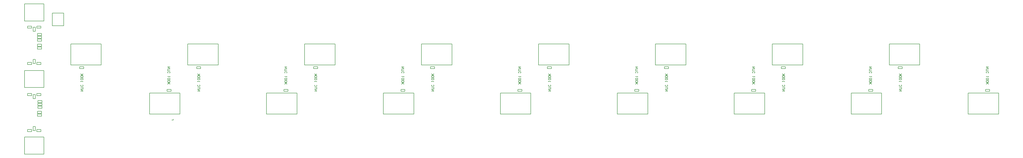
<source format=gbo>
G04*
G04 #@! TF.GenerationSoftware,Altium Limited,Altium Designer,19.0.10 (269)*
G04*
G04 Layer_Color=32896*
%FSLAX25Y25*%
%MOIN*%
G70*
G01*
G75*
%ADD10C,0.00591*%
%ADD11C,0.00600*%
D10*
X40118Y162933D02*
X70118D01*
Y189429D01*
X40118Y162933D02*
Y189429D01*
X70118D01*
X40118Y266378D02*
X70118D01*
Y292874D01*
X40118Y266378D02*
Y292874D01*
X70118D01*
X40118Y85984D02*
X70118D01*
X40118Y59488D02*
Y85984D01*
X70118Y59488D02*
Y85984D01*
X40118Y59488D02*
X70118D01*
X44882Y201969D02*
X51181D01*
X44882Y198819D02*
Y201969D01*
Y198819D02*
X51181D01*
Y201969D01*
X44882Y258366D02*
X51181D01*
X44882Y255217D02*
Y258366D01*
Y255217D02*
X51181D01*
Y258366D01*
X59055Y198819D02*
X65354D01*
Y201969D01*
X59055D02*
X65354D01*
X59055Y198819D02*
Y201969D01*
Y255217D02*
X65354D01*
Y258366D01*
X59055D02*
X65354D01*
X59055Y255217D02*
Y258366D01*
X60236Y225886D02*
X66535D01*
X60236Y222736D02*
Y225886D01*
Y222736D02*
X66535D01*
Y225886D01*
X60236Y230315D02*
X66535D01*
X60236Y227165D02*
Y230315D01*
Y227165D02*
X66535D01*
Y230315D01*
X59055Y94390D02*
X65354D01*
Y97539D01*
X59055D02*
X65354D01*
X59055Y94390D02*
Y97539D01*
X44882Y153543D02*
X51181D01*
X44882Y150394D02*
Y153543D01*
Y150394D02*
X51181D01*
Y153543D01*
X44882Y97539D02*
X51181D01*
X44882Y94390D02*
Y97539D01*
Y94390D02*
X51181D01*
Y97539D01*
X59055Y150394D02*
X65354D01*
Y153543D01*
X59055D02*
X65354D01*
X59055Y150394D02*
Y153543D01*
X60236Y121653D02*
X66535D01*
X60236Y118504D02*
Y121653D01*
Y118504D02*
X66535D01*
Y121653D01*
X60236Y125984D02*
X66535D01*
X60236Y122835D02*
Y125984D01*
Y122835D02*
X66535D01*
Y125984D01*
X1501377Y154429D02*
X1548622D01*
Y121752D02*
Y154429D01*
X1501377Y121752D02*
X1548622D01*
X1501377D02*
Y154429D01*
X1379331Y197933D02*
X1426575D01*
X1379331D02*
Y230611D01*
X1426575D01*
Y197933D02*
Y230611D01*
X1320275Y154429D02*
X1367519D01*
Y121752D02*
Y154429D01*
X1320275Y121752D02*
X1367519D01*
X1320275D02*
Y154429D01*
X1198229Y197933D02*
X1245473D01*
X1198229D02*
Y230611D01*
X1245473D01*
Y197933D02*
Y230611D01*
X1139173Y154429D02*
X1186417D01*
Y121752D02*
Y154429D01*
X1139173Y121752D02*
X1186417D01*
X1139173D02*
Y154429D01*
X1017126Y197933D02*
X1064371D01*
X1017126D02*
Y230611D01*
X1064371D01*
Y197933D02*
Y230611D01*
X958070Y154429D02*
X1005315D01*
Y121752D02*
Y154429D01*
X958070Y121752D02*
X1005315D01*
X958070D02*
Y154429D01*
X836024Y197933D02*
X883268D01*
X836024D02*
Y230611D01*
X883268D01*
Y197933D02*
Y230611D01*
X776968Y154429D02*
X824212D01*
Y121752D02*
Y154429D01*
X776968Y121752D02*
X824212D01*
X776968D02*
Y154429D01*
X654922Y197933D02*
X702166D01*
X654922D02*
Y230611D01*
X702166D01*
Y197933D02*
Y230611D01*
X595866Y154429D02*
X643110D01*
Y121752D02*
Y154429D01*
X595866Y121752D02*
X643110D01*
X595866D02*
Y154429D01*
X473819Y197933D02*
X521063D01*
X473819D02*
Y230611D01*
X521063D01*
Y197933D02*
Y230611D01*
X414763Y154429D02*
X462008D01*
Y121752D02*
Y154429D01*
X414763Y121752D02*
X462008D01*
X414763D02*
Y154429D01*
X292717Y197933D02*
X339961D01*
X292717D02*
Y230611D01*
X339961D01*
Y197933D02*
Y230611D01*
X233661Y154429D02*
X280905D01*
Y121752D02*
Y154429D01*
X233661Y121752D02*
X280905D01*
X233661D02*
Y154429D01*
X111615Y197933D02*
X158859D01*
X111615D02*
Y230611D01*
X158859D01*
Y197933D02*
Y230611D01*
X100787Y259055D02*
Y278740D01*
X83071D02*
X100787D01*
X83071Y259055D02*
Y278740D01*
Y259055D02*
X100787D01*
X1534744Y156890D02*
Y160039D01*
X1528445Y156890D02*
X1534744D01*
X1528445D02*
Y160039D01*
X1534744D01*
X1393209Y192323D02*
Y195472D01*
X1399508D01*
Y192323D02*
Y195472D01*
X1393209Y192323D02*
X1399508D01*
X1353642Y156890D02*
Y160039D01*
X1347342Y156890D02*
X1353642D01*
X1347342D02*
Y160039D01*
X1353642D01*
X1212106Y192323D02*
Y195472D01*
X1218406D01*
Y192323D02*
Y195472D01*
X1212106Y192323D02*
X1218406D01*
X1172539Y156890D02*
Y160039D01*
X1166240Y156890D02*
X1172539D01*
X1166240D02*
Y160039D01*
X1172539D01*
X1031004Y192323D02*
Y195472D01*
X1037303D01*
Y192323D02*
Y195472D01*
X1031004Y192323D02*
X1037303D01*
X991437Y156890D02*
Y160039D01*
X985138Y156890D02*
X991437D01*
X985138D02*
Y160039D01*
X991437D01*
X849902Y192323D02*
Y195472D01*
X856201D01*
Y192323D02*
Y195472D01*
X849902Y192323D02*
X856201D01*
X810335Y156890D02*
Y160039D01*
X804035Y156890D02*
X810335D01*
X804035D02*
Y160039D01*
X810335D01*
X668799Y192323D02*
Y195472D01*
X675098D01*
Y192323D02*
Y195472D01*
X668799Y192323D02*
X675098D01*
X629232Y156890D02*
Y160039D01*
X622933Y156890D02*
X629232D01*
X622933D02*
Y160039D01*
X629232D01*
X487697Y192323D02*
Y195472D01*
X493996D01*
Y192323D02*
Y195472D01*
X487697Y192323D02*
X493996D01*
X448130Y156890D02*
Y160039D01*
X441831Y156890D02*
X448130D01*
X441831D02*
Y160039D01*
X448130D01*
X306594Y192323D02*
Y195472D01*
X312894D01*
Y192323D02*
Y195472D01*
X306594Y192323D02*
X312894D01*
X267028Y156890D02*
Y160039D01*
X260728Y156890D02*
X267028D01*
X260728D02*
Y160039D01*
X267028D01*
X125492Y192323D02*
Y195472D01*
X131791D01*
Y192323D02*
Y195472D01*
X125492Y192323D02*
X131791D01*
X60236Y246850D02*
X66535D01*
X60236Y243701D02*
Y246850D01*
Y243701D02*
X66535D01*
Y246850D01*
X60236Y242520D02*
X66535D01*
X60236Y239370D02*
Y242520D01*
Y239370D02*
X66535D01*
Y242520D01*
X60236Y238189D02*
X66535D01*
X60236Y235039D02*
Y238189D01*
Y235039D02*
X66535D01*
Y238189D01*
X53543Y200394D02*
Y206693D01*
Y200394D02*
X56693D01*
Y206693D01*
X53543D02*
X56693D01*
Y250492D02*
Y256791D01*
X53543D02*
X56693D01*
X53543Y250492D02*
Y256791D01*
Y250492D02*
X56693D01*
X60630Y142520D02*
X66929D01*
X60630Y139370D02*
Y142520D01*
Y139370D02*
X66929D01*
Y142520D01*
X60630Y138189D02*
X66929D01*
X60630Y135039D02*
Y138189D01*
Y135039D02*
X66929D01*
Y138189D01*
X60630Y133858D02*
X66929D01*
X60630Y130709D02*
Y133858D01*
Y130709D02*
X66929D01*
Y133858D01*
X53543Y95965D02*
Y102264D01*
Y95965D02*
X56693D01*
Y102264D01*
X53543D02*
X56693D01*
Y145669D02*
Y151969D01*
X53543D02*
X56693D01*
X53543Y145669D02*
Y151969D01*
Y145669D02*
X56693D01*
X270472Y112205D02*
Y114075D01*
X268012Y112205D02*
X270472D01*
D11*
X1533169Y194893D02*
X1529570D01*
X1533169Y192493D01*
X1529570D01*
Y191294D02*
Y188894D01*
Y190094D01*
X1533169D01*
X1530170Y185296D02*
X1529570Y185895D01*
Y187095D01*
X1530170Y187695D01*
X1532570D01*
X1533169Y187095D01*
Y185895D01*
X1532570Y185296D01*
X1533169Y180497D02*
Y179298D01*
Y179897D01*
X1529570D01*
X1530170Y180497D01*
Y177498D02*
X1529570Y176898D01*
Y175699D01*
X1530170Y175099D01*
X1532570D01*
X1533169Y175699D01*
Y176898D01*
X1532570Y177498D01*
X1530170D01*
Y173899D02*
X1529570Y173300D01*
Y172100D01*
X1530170Y171500D01*
X1532570D01*
X1533169Y172100D01*
Y173300D01*
X1532570Y173899D01*
X1530170D01*
X1529570Y170300D02*
X1533169D01*
X1531970D01*
X1529570Y167901D01*
X1531370Y169701D01*
X1533169Y167901D01*
X1394783Y157470D02*
X1398382D01*
X1394783Y159869D01*
X1398382D01*
Y161068D02*
Y163468D01*
Y162268D01*
X1394783D01*
X1397783Y167067D02*
X1398382Y166467D01*
Y165267D01*
X1397783Y164667D01*
X1395383D01*
X1394783Y165267D01*
Y166467D01*
X1395383Y167067D01*
X1394783Y171865D02*
Y173065D01*
Y172465D01*
X1398382D01*
X1397783Y171865D01*
Y174864D02*
X1398382Y175464D01*
Y176663D01*
X1397783Y177263D01*
X1395383D01*
X1394783Y176663D01*
Y175464D01*
X1395383Y174864D01*
X1397783D01*
Y178463D02*
X1398382Y179063D01*
Y180262D01*
X1397783Y180862D01*
X1395383D01*
X1394783Y180262D01*
Y179063D01*
X1395383Y178463D01*
X1397783D01*
X1398382Y182062D02*
X1394783D01*
X1395983D01*
X1398382Y184461D01*
X1396583Y182661D01*
X1394783Y184461D01*
X1352067Y194893D02*
X1348468D01*
X1352067Y192493D01*
X1348468D01*
Y191294D02*
Y188894D01*
Y190094D01*
X1352067D01*
X1349068Y185296D02*
X1348468Y185895D01*
Y187095D01*
X1349068Y187695D01*
X1351467D01*
X1352067Y187095D01*
Y185895D01*
X1351467Y185296D01*
X1352067Y180497D02*
Y179298D01*
Y179897D01*
X1348468D01*
X1349068Y180497D01*
Y177498D02*
X1348468Y176898D01*
Y175699D01*
X1349068Y175099D01*
X1351467D01*
X1352067Y175699D01*
Y176898D01*
X1351467Y177498D01*
X1349068D01*
Y173899D02*
X1348468Y173300D01*
Y172100D01*
X1349068Y171500D01*
X1351467D01*
X1352067Y172100D01*
Y173300D01*
X1351467Y173899D01*
X1349068D01*
X1348468Y170300D02*
X1352067D01*
X1350867D01*
X1348468Y167901D01*
X1350268Y169701D01*
X1352067Y167901D01*
X1213681Y157470D02*
X1217280D01*
X1213681Y159869D01*
X1217280D01*
Y161068D02*
Y163468D01*
Y162268D01*
X1213681D01*
X1216680Y167067D02*
X1217280Y166467D01*
Y165267D01*
X1216680Y164667D01*
X1214281D01*
X1213681Y165267D01*
Y166467D01*
X1214281Y167067D01*
X1213681Y171865D02*
Y173065D01*
Y172465D01*
X1217280D01*
X1216680Y171865D01*
Y174864D02*
X1217280Y175464D01*
Y176663D01*
X1216680Y177263D01*
X1214281D01*
X1213681Y176663D01*
Y175464D01*
X1214281Y174864D01*
X1216680D01*
Y178463D02*
X1217280Y179063D01*
Y180262D01*
X1216680Y180862D01*
X1214281D01*
X1213681Y180262D01*
Y179063D01*
X1214281Y178463D01*
X1216680D01*
X1217280Y182062D02*
X1213681D01*
X1214881D01*
X1217280Y184461D01*
X1215481Y182661D01*
X1213681Y184461D01*
X1170965Y194893D02*
X1167366D01*
X1170965Y192493D01*
X1167366D01*
Y191294D02*
Y188894D01*
Y190094D01*
X1170965D01*
X1167966Y185296D02*
X1167366Y185895D01*
Y187095D01*
X1167966Y187695D01*
X1170365D01*
X1170965Y187095D01*
Y185895D01*
X1170365Y185296D01*
X1170965Y180497D02*
Y179298D01*
Y179897D01*
X1167366D01*
X1167966Y180497D01*
Y177498D02*
X1167366Y176898D01*
Y175699D01*
X1167966Y175099D01*
X1170365D01*
X1170965Y175699D01*
Y176898D01*
X1170365Y177498D01*
X1167966D01*
Y173899D02*
X1167366Y173300D01*
Y172100D01*
X1167966Y171500D01*
X1170365D01*
X1170965Y172100D01*
Y173300D01*
X1170365Y173899D01*
X1167966D01*
X1167366Y170300D02*
X1170965D01*
X1169765D01*
X1167366Y167901D01*
X1169165Y169701D01*
X1170965Y167901D01*
X1032579Y157470D02*
X1036178D01*
X1032579Y159869D01*
X1036178D01*
Y161068D02*
Y163468D01*
Y162268D01*
X1032579D01*
X1035578Y167067D02*
X1036178Y166467D01*
Y165267D01*
X1035578Y164667D01*
X1033179D01*
X1032579Y165267D01*
Y166467D01*
X1033179Y167067D01*
X1032579Y171865D02*
Y173065D01*
Y172465D01*
X1036178D01*
X1035578Y171865D01*
Y174864D02*
X1036178Y175464D01*
Y176663D01*
X1035578Y177263D01*
X1033179D01*
X1032579Y176663D01*
Y175464D01*
X1033179Y174864D01*
X1035578D01*
Y178463D02*
X1036178Y179063D01*
Y180262D01*
X1035578Y180862D01*
X1033179D01*
X1032579Y180262D01*
Y179063D01*
X1033179Y178463D01*
X1035578D01*
X1036178Y182062D02*
X1032579D01*
X1033778D01*
X1036178Y184461D01*
X1034378Y182661D01*
X1032579Y184461D01*
X989862Y194893D02*
X986263D01*
X989862Y192493D01*
X986263D01*
Y191294D02*
Y188894D01*
Y190094D01*
X989862D01*
X986863Y185296D02*
X986263Y185895D01*
Y187095D01*
X986863Y187695D01*
X989262D01*
X989862Y187095D01*
Y185895D01*
X989262Y185296D01*
X989862Y180497D02*
Y179298D01*
Y179897D01*
X986263D01*
X986863Y180497D01*
Y177498D02*
X986263Y176898D01*
Y175699D01*
X986863Y175099D01*
X989262D01*
X989862Y175699D01*
Y176898D01*
X989262Y177498D01*
X986863D01*
Y173899D02*
X986263Y173300D01*
Y172100D01*
X986863Y171500D01*
X989262D01*
X989862Y172100D01*
Y173300D01*
X989262Y173899D01*
X986863D01*
X986263Y170300D02*
X989862D01*
X988663D01*
X986263Y167901D01*
X988063Y169701D01*
X989862Y167901D01*
X851476Y157470D02*
X855075D01*
X851476Y159869D01*
X855075D01*
Y161068D02*
Y163468D01*
Y162268D01*
X851476D01*
X854475Y167067D02*
X855075Y166467D01*
Y165267D01*
X854475Y164667D01*
X852076D01*
X851476Y165267D01*
Y166467D01*
X852076Y167067D01*
X851476Y171865D02*
Y173065D01*
Y172465D01*
X855075D01*
X854475Y171865D01*
Y174864D02*
X855075Y175464D01*
Y176663D01*
X854475Y177263D01*
X852076D01*
X851476Y176663D01*
Y175464D01*
X852076Y174864D01*
X854475D01*
Y178463D02*
X855075Y179063D01*
Y180262D01*
X854475Y180862D01*
X852076D01*
X851476Y180262D01*
Y179063D01*
X852076Y178463D01*
X854475D01*
X855075Y182062D02*
X851476D01*
X852676D01*
X855075Y184461D01*
X853276Y182661D01*
X851476Y184461D01*
X808760Y194893D02*
X805161D01*
X808760Y192493D01*
X805161D01*
Y191294D02*
Y188894D01*
Y190094D01*
X808760D01*
X805761Y185296D02*
X805161Y185895D01*
Y187095D01*
X805761Y187695D01*
X808160D01*
X808760Y187095D01*
Y185895D01*
X808160Y185296D01*
X808760Y180497D02*
Y179298D01*
Y179897D01*
X805161D01*
X805761Y180497D01*
Y177498D02*
X805161Y176898D01*
Y175699D01*
X805761Y175099D01*
X808160D01*
X808760Y175699D01*
Y176898D01*
X808160Y177498D01*
X805761D01*
Y173899D02*
X805161Y173300D01*
Y172100D01*
X805761Y171500D01*
X808160D01*
X808760Y172100D01*
Y173300D01*
X808160Y173899D01*
X805761D01*
X805161Y170300D02*
X808760D01*
X807560D01*
X805161Y167901D01*
X806960Y169701D01*
X808760Y167901D01*
X670374Y157470D02*
X673973D01*
X670374Y159869D01*
X673973D01*
Y161068D02*
Y163468D01*
Y162268D01*
X670374D01*
X673373Y167067D02*
X673973Y166467D01*
Y165267D01*
X673373Y164667D01*
X670974D01*
X670374Y165267D01*
Y166467D01*
X670974Y167067D01*
X670374Y171865D02*
Y173065D01*
Y172465D01*
X673973D01*
X673373Y171865D01*
Y174864D02*
X673973Y175464D01*
Y176663D01*
X673373Y177263D01*
X670974D01*
X670374Y176663D01*
Y175464D01*
X670974Y174864D01*
X673373D01*
Y178463D02*
X673973Y179063D01*
Y180262D01*
X673373Y180862D01*
X670974D01*
X670374Y180262D01*
Y179063D01*
X670974Y178463D01*
X673373D01*
X673973Y182062D02*
X670374D01*
X671574D01*
X673973Y184461D01*
X672173Y182661D01*
X670374Y184461D01*
X627658Y194893D02*
X624059D01*
X627658Y192493D01*
X624059D01*
Y191294D02*
Y188894D01*
Y190094D01*
X627658D01*
X624658Y185296D02*
X624059Y185895D01*
Y187095D01*
X624658Y187695D01*
X627058D01*
X627658Y187095D01*
Y185895D01*
X627058Y185296D01*
X627658Y180497D02*
Y179298D01*
Y179897D01*
X624059D01*
X624658Y180497D01*
Y177498D02*
X624059Y176898D01*
Y175699D01*
X624658Y175099D01*
X627058D01*
X627658Y175699D01*
Y176898D01*
X627058Y177498D01*
X624658D01*
Y173899D02*
X624059Y173300D01*
Y172100D01*
X624658Y171500D01*
X627058D01*
X627658Y172100D01*
Y173300D01*
X627058Y173899D01*
X624658D01*
X624059Y170300D02*
X627658D01*
X626458D01*
X624059Y167901D01*
X625858Y169701D01*
X627658Y167901D01*
X489272Y157470D02*
X492871D01*
X489272Y159869D01*
X492871D01*
Y161068D02*
Y163468D01*
Y162268D01*
X489272D01*
X492271Y167067D02*
X492871Y166467D01*
Y165267D01*
X492271Y164667D01*
X489872D01*
X489272Y165267D01*
Y166467D01*
X489872Y167067D01*
X489272Y171865D02*
Y173065D01*
Y172465D01*
X492871D01*
X492271Y171865D01*
Y174864D02*
X492871Y175464D01*
Y176663D01*
X492271Y177263D01*
X489872D01*
X489272Y176663D01*
Y175464D01*
X489872Y174864D01*
X492271D01*
Y178463D02*
X492871Y179063D01*
Y180262D01*
X492271Y180862D01*
X489872D01*
X489272Y180262D01*
Y179063D01*
X489872Y178463D01*
X492271D01*
X492871Y182062D02*
X489272D01*
X490471D01*
X492871Y184461D01*
X491071Y182661D01*
X489272Y184461D01*
X446555Y194893D02*
X442956D01*
X446555Y192493D01*
X442956D01*
Y191294D02*
Y188894D01*
Y190094D01*
X446555D01*
X443556Y185296D02*
X442956Y185895D01*
Y187095D01*
X443556Y187695D01*
X445955D01*
X446555Y187095D01*
Y185895D01*
X445955Y185296D01*
X446555Y180497D02*
Y179298D01*
Y179897D01*
X442956D01*
X443556Y180497D01*
Y177498D02*
X442956Y176898D01*
Y175699D01*
X443556Y175099D01*
X445955D01*
X446555Y175699D01*
Y176898D01*
X445955Y177498D01*
X443556D01*
Y173899D02*
X442956Y173300D01*
Y172100D01*
X443556Y171500D01*
X445955D01*
X446555Y172100D01*
Y173300D01*
X445955Y173899D01*
X443556D01*
X442956Y170300D02*
X446555D01*
X445356D01*
X442956Y167901D01*
X444756Y169701D01*
X446555Y167901D01*
X308169Y157470D02*
X311768D01*
X308169Y159869D01*
X311768D01*
Y161068D02*
Y163468D01*
Y162268D01*
X308169D01*
X311168Y167067D02*
X311768Y166467D01*
Y165267D01*
X311168Y164667D01*
X308769D01*
X308169Y165267D01*
Y166467D01*
X308769Y167067D01*
X308169Y171865D02*
Y173065D01*
Y172465D01*
X311768D01*
X311168Y171865D01*
Y174864D02*
X311768Y175464D01*
Y176663D01*
X311168Y177263D01*
X308769D01*
X308169Y176663D01*
Y175464D01*
X308769Y174864D01*
X311168D01*
Y178463D02*
X311768Y179063D01*
Y180262D01*
X311168Y180862D01*
X308769D01*
X308169Y180262D01*
Y179063D01*
X308769Y178463D01*
X311168D01*
X311768Y182062D02*
X308169D01*
X309369D01*
X311768Y184461D01*
X309969Y182661D01*
X308169Y184461D01*
X265453Y194893D02*
X261854D01*
X265453Y192493D01*
X261854D01*
Y191294D02*
Y188894D01*
Y190094D01*
X265453D01*
X262454Y185296D02*
X261854Y185895D01*
Y187095D01*
X262454Y187695D01*
X264853D01*
X265453Y187095D01*
Y185895D01*
X264853Y185296D01*
X265453Y180497D02*
Y179298D01*
Y179897D01*
X261854D01*
X262454Y180497D01*
Y177498D02*
X261854Y176898D01*
Y175699D01*
X262454Y175099D01*
X264853D01*
X265453Y175699D01*
Y176898D01*
X264853Y177498D01*
X262454D01*
Y173899D02*
X261854Y173300D01*
Y172100D01*
X262454Y171500D01*
X264853D01*
X265453Y172100D01*
Y173300D01*
X264853Y173899D01*
X262454D01*
X261854Y170300D02*
X265453D01*
X264253D01*
X261854Y167901D01*
X263653Y169701D01*
X265453Y167901D01*
X127067Y157470D02*
X130666D01*
X127067Y159869D01*
X130666D01*
Y161068D02*
Y163468D01*
Y162268D01*
X127067D01*
X130066Y167067D02*
X130666Y166467D01*
Y165267D01*
X130066Y164667D01*
X127667D01*
X127067Y165267D01*
Y166467D01*
X127667Y167067D01*
X127067Y171865D02*
Y173065D01*
Y172465D01*
X130666D01*
X130066Y171865D01*
Y174864D02*
X130666Y175464D01*
Y176663D01*
X130066Y177263D01*
X127667D01*
X127067Y176663D01*
Y175464D01*
X127667Y174864D01*
X130066D01*
Y178463D02*
X130666Y179063D01*
Y180262D01*
X130066Y180862D01*
X127667D01*
X127067Y180262D01*
Y179063D01*
X127667Y178463D01*
X130066D01*
X130666Y182062D02*
X127067D01*
X128267D01*
X130666Y184461D01*
X128866Y182661D01*
X127067Y184461D01*
M02*

</source>
